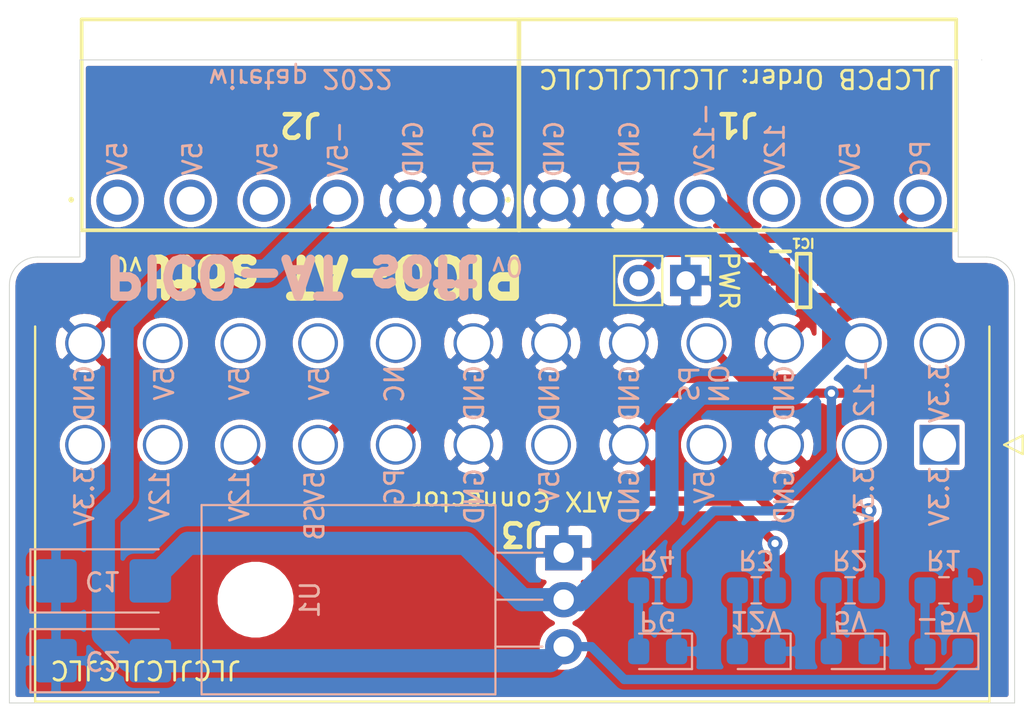
<source format=kicad_pcb>
(kicad_pcb (version 20171130) (host pcbnew "(5.1.6)-1")
  (layers (0 F.Cu signal) (1 In1.Cu signal) (2 In2.Cu signal) (31 B.Cu signal) (34 B.Paste user) (35 F.Paste user) (36 B.SilkS user) (37 F.SilkS user) (38 B.Mask user) (39 F.Mask user) (44 Edge.Cuts user))
  (net 0 "")
  (net 1 /-12V)
  (net 2 /GND)
  (net 3 /-5V)
  (net 4 "Net-(D1-Pad2)")
  (net 5 "Net-(D2-Pad2)")
  (net 6 "Net-(D3-Pad2)")
  (net 7 "Net-(D4-Pad2)")
  (net 8 /12V)
  (net 9 /5V)
  (net 10 /PG)
  (net 11 /3.3V)
  (net 12 /5VSB)
  (net 13 /PS-ON)
  (net 14 "Net-(J3-Pad20)")
  (net 15 "Net-(IC1-Pad1)")
  (net 16 "Net-(IC1-Pad5)")
  (module Capacitor_Tantalum_SMD:CP_EIA-6032-28_Kemet-C_Pad2.25x2.35mm_HandSolder (layer B.Cu) (at 126.736 115.062)
    (fp_text reference C1 (at -0.01 0 180 unlocked) (layer B.SilkS) (effects (justify mirror)))
    (fp_text value 2.2uF)
    (fp_line (start -3.935 -1.71) (end 3 -1.71) (layer B.SilkS) (width 0.12))
    (fp_line (start -3.935 1.71) (end -3.935 -1.71) (layer B.SilkS) (width 0.12))
    (fp_line (start 3 1.71) (end -3.935 1.71) (layer B.SilkS) (width 0.12))
    (pad 2 smd roundrect (at 2.55 0) (size 2.25 2.35) (layers B.Cu B.Paste B.Mask) (roundrect_rratio 0.111111) (net 1 /-12V))
    (pad 1 smd roundrect (at -2.55 0) (size 2.25 2.35) (layers B.Cu B.Paste B.Mask) (roundrect_rratio 0.111111) (net 2 /GND))
  )
  (module Capacitor_Tantalum_SMD:CP_EIA-6032-28_Kemet-C_Pad2.25x2.35mm_HandSolder (layer B.Cu) (at 126.736 119.38)
    (fp_text reference C2 (at 0 0 180 unlocked) (layer B.SilkS) (effects (justify mirror)))
    (fp_text value 1uF)
    (fp_line (start 3 1.71) (end -3.935 1.71) (layer B.SilkS) (width 0.12))
    (fp_line (start -3.935 1.71) (end -3.935 -1.71) (layer B.SilkS) (width 0.12))
    (fp_line (start -3.935 -1.71) (end 3 -1.71) (layer B.SilkS) (width 0.12))
    (pad 1 smd roundrect (at -2.55 0) (size 2.25 2.35) (layers B.Cu B.Paste B.Mask) (roundrect_rratio 0.111111) (net 2 /GND))
    (pad 2 smd roundrect (at 2.55 0) (size 2.25 2.35) (layers B.Cu B.Paste B.Mask) (roundrect_rratio 0.111111) (net 3 /-5V))
  )
  (module LED_SMD:LED_0805_2012Metric_Pad1.15x1.40mm_HandSolder (layer B.Cu) (at 172.203 118.872 180)
    (fp_text reference -5V (at 0 1.65 180 unlocked) (layer B.SilkS) (effects (justify mirror)))
    (fp_text value LED)
    (fp_line (start 1 0.96) (end -1.86 0.96) (layer B.SilkS) (width 0.12))
    (fp_line (start -1.86 0.96) (end -1.86 -0.96) (layer B.SilkS) (width 0.12))
    (fp_line (start -1.86 -0.96) (end 1 -0.96) (layer B.SilkS) (width 0.12))
    (pad 1 smd roundrect (at -1.025 0 180) (size 1.15 1.4) (layers B.Cu B.Paste B.Mask) (roundrect_rratio 0.217391) (net 3 /-5V))
    (pad 2 smd roundrect (at 1.025 0 180) (size 1.15 1.4) (layers B.Cu B.Paste B.Mask) (roundrect_rratio 0.217391) (net 4 "Net-(D1-Pad2)"))
  )
  (module LED_SMD:LED_0805_2012Metric_Pad1.15x1.40mm_HandSolder (layer B.Cu) (at 167.132 118.872 180)
    (fp_text reference 5V (at 0 1.65 180 unlocked) (layer B.SilkS) (effects (justify mirror)))
    (fp_text value LED)
    (fp_line (start -1.86 -0.96) (end 1 -0.96) (layer B.SilkS) (width 0.12))
    (fp_line (start -1.86 0.96) (end -1.86 -0.96) (layer B.SilkS) (width 0.12))
    (fp_line (start 1 0.96) (end -1.86 0.96) (layer B.SilkS) (width 0.12))
    (pad 2 smd roundrect (at 1.025 0 180) (size 1.15 1.4) (layers B.Cu B.Paste B.Mask) (roundrect_rratio 0.217391) (net 5 "Net-(D2-Pad2)"))
    (pad 1 smd roundrect (at -1.025 0 180) (size 1.15 1.4) (layers B.Cu B.Paste B.Mask) (roundrect_rratio 0.217391) (net 2 /GND))
  )
  (module LED_SMD:LED_0805_2012Metric_Pad1.15x1.40mm_HandSolder (layer B.Cu) (at 162.052 118.872 180)
    (fp_text reference 12V (at 0 1.65 180 unlocked) (layer B.SilkS) (effects (justify mirror)))
    (fp_text value LED)
    (fp_line (start 1 0.96) (end -1.86 0.96) (layer B.SilkS) (width 0.12))
    (fp_line (start -1.86 0.96) (end -1.86 -0.96) (layer B.SilkS) (width 0.12))
    (fp_line (start -1.86 -0.96) (end 1 -0.96) (layer B.SilkS) (width 0.12))
    (pad 1 smd roundrect (at -1.025 0 180) (size 1.15 1.4) (layers B.Cu B.Paste B.Mask) (roundrect_rratio 0.217391) (net 2 /GND))
    (pad 2 smd roundrect (at 1.025 0 180) (size 1.15 1.4) (layers B.Cu B.Paste B.Mask) (roundrect_rratio 0.217391) (net 6 "Net-(D3-Pad2)"))
  )
  (module LED_SMD:LED_0805_2012Metric_Pad1.15x1.40mm_HandSolder (layer B.Cu) (at 156.718 118.872 180)
    (fp_text reference PG (at 0 1.65 180 unlocked) (layer B.SilkS) (effects (justify mirror)))
    (fp_text value LED)
    (fp_line (start -1.86 -0.96) (end 1 -0.96) (layer B.SilkS) (width 0.12))
    (fp_line (start -1.86 0.96) (end -1.86 -0.96) (layer B.SilkS) (width 0.12))
    (fp_line (start 1 0.96) (end -1.86 0.96) (layer B.SilkS) (width 0.12))
    (pad 2 smd roundrect (at 1.025 0 180) (size 1.15 1.4) (layers B.Cu B.Paste B.Mask) (roundrect_rratio 0.217391) (net 7 "Net-(D4-Pad2)"))
    (pad 1 smd roundrect (at -1.025 0 180) (size 1.15 1.4) (layers B.Cu B.Paste B.Mask) (roundrect_rratio 0.217391) (net 2 /GND))
  )
  (module 09481064 (layer F.Cu) (at 151.13 94.488 180)
    (fp_text reference J1 (at -9.9 4.105 180 unlocked) (layer F.SilkS) (effects (font (size 1.27 1.27) (thickness 0.254))))
    (fp_text value 09-48-1064 hide)
    (fp_line (start -21.735 -1.6) (end 1.935 -1.6) (layer F.SilkS) (width 0.2))
    (fp_line (start 1.935 -1.6) (end 1.935 9.81) (layer F.SilkS) (width 0.2))
    (fp_line (start 1.935 9.81) (end -21.735 9.81) (layer F.SilkS) (width 0.2))
    (fp_line (start -21.735 9.81) (end -21.735 -1.6) (layer F.SilkS) (width 0.2))
    (fp_line (start 2.5 0) (end 2.5 0) (layer F.SilkS) (width 0.2))
    (fp_line (start 2.5 0.1) (end 2.5 0.1) (layer F.SilkS) (width 0.2))
    (fp_arc (start 2.5 0.05) (end 2.5 0) (angle -180) (layer F.SilkS) (width 0.2))
    (fp_arc (start 2.5 0.05) (end 2.5 0.1) (angle -180) (layer F.SilkS) (width 0.2))
    (pad 1 thru_hole circle (at 0 0 180) (size 2.28 2.28) (drill 1.52) (layers *.Cu *.Mask) (net 2 /GND))
    (pad 2 thru_hole circle (at -3.96 0 180) (size 2.28 2.28) (drill 1.52) (layers *.Cu *.Mask) (net 2 /GND))
    (pad 3 thru_hole circle (at -7.92 0 180) (size 2.28 2.28) (drill 1.52) (layers *.Cu *.Mask) (net 1 /-12V))
    (pad 4 thru_hole circle (at -11.88 0 180) (size 2.28 2.28) (drill 1.52) (layers *.Cu *.Mask) (net 8 /12V))
    (pad 5 thru_hole circle (at -15.84 0 180) (size 2.28 2.28) (drill 1.52) (layers *.Cu *.Mask) (net 9 /5V))
    (pad 6 thru_hole circle (at -19.8 0 180) (size 2.28 2.28) (drill 1.52) (layers *.Cu *.Mask) (net 10 /PG))
  )
  (module 09481064 (layer F.Cu) (at 127.508 94.488 180)
    (fp_text reference J2 (at -9.9 4.105 180 unlocked) (layer F.SilkS) (effects (font (size 1.27 1.27) (thickness 0.254))))
    (fp_text value 09-48-1064 hide)
    (fp_line (start 2.5 0.1) (end 2.5 0.1) (layer F.SilkS) (width 0.2))
    (fp_line (start 2.5 0) (end 2.5 0) (layer F.SilkS) (width 0.2))
    (fp_line (start -21.735 9.81) (end -21.735 -1.6) (layer F.SilkS) (width 0.2))
    (fp_line (start 1.935 9.81) (end -21.735 9.81) (layer F.SilkS) (width 0.2))
    (fp_line (start 1.935 -1.6) (end 1.935 9.81) (layer F.SilkS) (width 0.2))
    (fp_line (start -21.735 -1.6) (end 1.935 -1.6) (layer F.SilkS) (width 0.2))
    (fp_arc (start 2.5 0.05) (end 2.5 0.1) (angle -180) (layer F.SilkS) (width 0.2))
    (fp_arc (start 2.5 0.05) (end 2.5 0) (angle -180) (layer F.SilkS) (width 0.2))
    (pad 6 thru_hole circle (at -19.8 0 180) (size 2.28 2.28) (drill 1.52) (layers *.Cu *.Mask) (net 2 /GND))
    (pad 5 thru_hole circle (at -15.84 0 180) (size 2.28 2.28) (drill 1.52) (layers *.Cu *.Mask) (net 2 /GND))
    (pad 4 thru_hole circle (at -11.88 0 180) (size 2.28 2.28) (drill 1.52) (layers *.Cu *.Mask) (net 3 /-5V))
    (pad 3 thru_hole circle (at -7.92 0 180) (size 2.28 2.28) (drill 1.52) (layers *.Cu *.Mask) (net 9 /5V))
    (pad 2 thru_hole circle (at -3.96 0 180) (size 2.28 2.28) (drill 1.52) (layers *.Cu *.Mask) (net 9 /5V))
    (pad 1 thru_hole circle (at 0 0 180) (size 2.28 2.28) (drill 1.52) (layers *.Cu *.Mask) (net 9 /5V))
  )
  (module 87427-2402 (layer F.Cu) (at 171.958 107.696)
    (fp_text reference J3 (at -22.606 4.826 180 unlocked) (layer F.SilkS) (effects (font (size 1.27 1.27) (thickness 0.254))))
    (fp_text value 87427-2402 hide)
    (fp_line (start 2.7 -6.4) (end 2.7 13.9) (layer F.SilkS) (width 0.127))
    (fp_line (start 2.7 13.9) (end -48.9 13.9) (layer F.SilkS) (width 0.127))
    (fp_line (start -48.9 13.9) (end -48.9 -6.4) (layer F.SilkS) (width 0.127))
    (fp_line (start 4.5 -0.5) (end 4.5 0.5) (layer F.SilkS) (width 0.127))
    (fp_line (start 4.5 0.5) (end 3.5 0) (layer F.SilkS) (width 0.127))
    (fp_line (start 3.5 0) (end 4.5 -0.5) (layer F.SilkS) (width 0.127))
    (pad 1 thru_hole rect (at 0 0) (size 2.15 2.15) (drill 1.8) (layers *.Cu *.Mask) (net 11 /3.3V))
    (pad 2 thru_hole circle (at -4.2 0) (size 2.15 2.15) (drill 1.8) (layers *.Cu *.Mask) (net 11 /3.3V))
    (pad 3 thru_hole circle (at -8.4 0) (size 2.15 2.15) (drill 1.8) (layers *.Cu *.Mask) (net 2 /GND))
    (pad 4 thru_hole circle (at -12.6 0) (size 2.15 2.15) (drill 1.8) (layers *.Cu *.Mask) (net 9 /5V))
    (pad 5 thru_hole circle (at -16.8 0) (size 2.15 2.15) (drill 1.8) (layers *.Cu *.Mask) (net 2 /GND))
    (pad 6 thru_hole circle (at -21 0) (size 2.15 2.15) (drill 1.8) (layers *.Cu *.Mask) (net 9 /5V))
    (pad 7 thru_hole circle (at -25.2 0) (size 2.15 2.15) (drill 1.8) (layers *.Cu *.Mask) (net 2 /GND))
    (pad 8 thru_hole circle (at -29.4 0) (size 2.15 2.15) (drill 1.8) (layers *.Cu *.Mask) (net 10 /PG))
    (pad 9 thru_hole circle (at -33.6 0) (size 2.15 2.15) (drill 1.8) (layers *.Cu *.Mask) (net 12 /5VSB))
    (pad 10 thru_hole circle (at -37.8 0) (size 2.15 2.15) (drill 1.8) (layers *.Cu *.Mask) (net 8 /12V))
    (pad 11 thru_hole circle (at -42 0) (size 2.15 2.15) (drill 1.8) (layers *.Cu *.Mask) (net 8 /12V))
    (pad 12 thru_hole circle (at -46.2 0) (size 2.15 2.15) (drill 1.8) (layers *.Cu *.Mask) (net 11 /3.3V))
    (pad 13 thru_hole circle (at 0 -5.5) (size 2.15 2.15) (drill 1.8) (layers *.Cu *.Mask) (net 11 /3.3V))
    (pad 14 thru_hole circle (at -4.2 -5.5) (size 2.15 2.15) (drill 1.8) (layers *.Cu *.Mask) (net 1 /-12V))
    (pad 15 thru_hole circle (at -8.4 -5.5) (size 2.15 2.15) (drill 1.8) (layers *.Cu *.Mask) (net 2 /GND))
    (pad 16 thru_hole circle (at -12.6 -5.5) (size 2.15 2.15) (drill 1.8) (layers *.Cu *.Mask) (net 13 /PS-ON))
    (pad 17 thru_hole circle (at -16.8 -5.5) (size 2.15 2.15) (drill 1.8) (layers *.Cu *.Mask) (net 2 /GND))
    (pad 18 thru_hole circle (at -21 -5.5) (size 2.15 2.15) (drill 1.8) (layers *.Cu *.Mask) (net 2 /GND))
    (pad 19 thru_hole circle (at -25.2 -5.5) (size 2.15 2.15) (drill 1.8) (layers *.Cu *.Mask) (net 2 /GND))
    (pad 20 thru_hole circle (at -29.4 -5.5) (size 2.15 2.15) (drill 1.8) (layers *.Cu *.Mask) (net 14 "Net-(J3-Pad20)"))
    (pad 21 thru_hole circle (at -33.6 -5.5) (size 2.15 2.15) (drill 1.8) (layers *.Cu *.Mask) (net 9 /5V))
    (pad 22 thru_hole circle (at -37.8 -5.5) (size 2.15 2.15) (drill 1.8) (layers *.Cu *.Mask) (net 9 /5V))
    (pad 23 thru_hole circle (at -42 -5.5) (size 2.15 2.15) (drill 1.8) (layers *.Cu *.Mask) (net 9 /5V))
    (pad 24 thru_hole circle (at -46.2 -5.5) (size 2.15 2.15) (drill 1.8) (layers *.Cu *.Mask) (net 2 /GND))
  )
  (module Resistor_SMD:R_0805_2012Metric_Pad1.15x1.40mm_HandSolder (layer B.Cu) (at 172.203 115.57 180)
    (fp_text reference R1 (at 0 1.65 180 unlocked) (layer B.SilkS) (effects (justify mirror)))
    (fp_text value 330)
    (fp_line (start -0.261252 0.71) (end 0.261252 0.71) (layer B.SilkS) (width 0.12))
    (fp_line (start -0.261252 -0.71) (end 0.261252 -0.71) (layer B.SilkS) (width 0.12))
    (pad 1 smd roundrect (at -1.025 0 180) (size 1.15 1.4) (layers B.Cu B.Paste B.Mask) (roundrect_rratio 0.217391) (net 2 /GND))
    (pad 2 smd roundrect (at 1.025 0 180) (size 1.15 1.4) (layers B.Cu B.Paste B.Mask) (roundrect_rratio 0.217391) (net 4 "Net-(D1-Pad2)"))
  )
  (module Resistor_SMD:R_0805_2012Metric_Pad1.15x1.40mm_HandSolder (layer B.Cu) (at 167.123 115.57 180)
    (fp_text reference R2 (at 0 1.65 180 unlocked) (layer B.SilkS) (effects (justify mirror)))
    (fp_text value 330)
    (fp_line (start -0.261252 -0.71) (end 0.261252 -0.71) (layer B.SilkS) (width 0.12))
    (fp_line (start -0.261252 0.71) (end 0.261252 0.71) (layer B.SilkS) (width 0.12))
    (pad 2 smd roundrect (at 1.025 0 180) (size 1.15 1.4) (layers B.Cu B.Paste B.Mask) (roundrect_rratio 0.217391) (net 5 "Net-(D2-Pad2)"))
    (pad 1 smd roundrect (at -1.025 0 180) (size 1.15 1.4) (layers B.Cu B.Paste B.Mask) (roundrect_rratio 0.217391) (net 9 /5V))
  )
  (module Resistor_SMD:R_0805_2012Metric_Pad1.15x1.40mm_HandSolder (layer B.Cu) (at 162.052 115.57 180)
    (fp_text reference R3 (at 0 1.65 180 unlocked) (layer B.SilkS) (effects (justify mirror)))
    (fp_text value 1k)
    (fp_line (start -0.261252 0.71) (end 0.261252 0.71) (layer B.SilkS) (width 0.12))
    (fp_line (start -0.261252 -0.71) (end 0.261252 -0.71) (layer B.SilkS) (width 0.12))
    (pad 1 smd roundrect (at -1.025 0 180) (size 1.15 1.4) (layers B.Cu B.Paste B.Mask) (roundrect_rratio 0.217391) (net 8 /12V))
    (pad 2 smd roundrect (at 1.025 0 180) (size 1.15 1.4) (layers B.Cu B.Paste B.Mask) (roundrect_rratio 0.217391) (net 6 "Net-(D3-Pad2)"))
  )
  (module Resistor_SMD:R_0805_2012Metric_Pad1.15x1.40mm_HandSolder (layer B.Cu) (at 156.709 115.57 180)
    (fp_text reference R4 (at 0 1.65 180 unlocked) (layer B.SilkS) (effects (justify mirror)))
    (fp_text value 330)
    (fp_line (start -0.261252 -0.71) (end 0.261252 -0.71) (layer B.SilkS) (width 0.12))
    (fp_line (start -0.261252 0.71) (end 0.261252 0.71) (layer B.SilkS) (width 0.12))
    (pad 2 smd roundrect (at 1.025 0 180) (size 1.15 1.4) (layers B.Cu B.Paste B.Mask) (roundrect_rratio 0.217391) (net 7 "Net-(D4-Pad2)"))
    (pad 1 smd roundrect (at -1.025 0 180) (size 1.15 1.4) (layers B.Cu B.Paste B.Mask) (roundrect_rratio 0.217391) (net 10 /PG))
  )
  (module Package_TO_SOT_THT:TO-220-3_Horizontal_TabDown (layer B.Cu) (at 151.638 113.538 270)
    (fp_text reference U1 (at 2.54 13.716 270) (layer B.SilkS) (effects (justify mirror)))
    (fp_text value L7905)
    (fp_line (start -2.58 3.69) (end 7.66 3.69) (layer B.SilkS) (width 0.12))
    (fp_line (start -2.58 19.58) (end 7.66 19.58) (layer B.SilkS) (width 0.12))
    (fp_line (start -2.58 19.58) (end -2.58 3.69) (layer B.SilkS) (width 0.12))
    (fp_line (start 7.66 19.58) (end 7.66 3.69) (layer B.SilkS) (width 0.12))
    (fp_line (start 0 3.69) (end 0 1.15) (layer B.SilkS) (width 0.12))
    (fp_line (start 2.54 3.69) (end 2.54 1.15) (layer B.SilkS) (width 0.12))
    (fp_line (start 5.08 3.69) (end 5.08 1.15) (layer B.SilkS) (width 0.12))
    (pad "" np_thru_hole oval (at 2.54 16.66 270) (size 3.5 3.5) (drill 3.5) (layers *.Cu *.Mask))
    (pad 1 thru_hole rect (at 0 0 270) (size 1.905 2) (drill 1.1) (layers *.Cu *.Mask) (net 2 /GND))
    (pad 2 thru_hole oval (at 2.54 0 270) (size 1.905 2) (drill 1.1) (layers *.Cu *.Mask) (net 1 /-12V))
    (pad 3 thru_hole oval (at 5.08 0 270) (size 1.905 2) (drill 1.1) (layers *.Cu *.Mask) (net 3 /-5V))
  )
  (module Connector_PinHeader_2.54mm:PinHeader_1x02_P2.54mm_Vertical (layer F.Cu) (at 158.242 98.806 270)
    (fp_text reference PWR (at 0 -2.33 270 unlocked) (layer F.SilkS))
    (fp_text value PWR_SW)
    (fp_line (start -1.33 3.87) (end 1.33 3.87) (layer F.SilkS) (width 0.12))
    (fp_line (start -1.33 1.27) (end -1.33 3.87) (layer F.SilkS) (width 0.12))
    (fp_line (start 1.33 1.27) (end 1.33 3.87) (layer F.SilkS) (width 0.12))
    (fp_line (start -1.33 1.27) (end 1.33 1.27) (layer F.SilkS) (width 0.12))
    (fp_line (start -1.33 0) (end -1.33 -1.33) (layer F.SilkS) (width 0.12))
    (fp_line (start -1.33 -1.33) (end 0 -1.33) (layer F.SilkS) (width 0.12))
    (pad 1 thru_hole rect (at 0 0 270) (size 1.7 1.7) (drill 1) (layers *.Cu *.Mask) (net 2 /GND))
    (pad 2 thru_hole oval (at 0 2.54 270) (size 1.7 1.7) (drill 1) (layers *.Cu *.Mask) (net 15 "Net-(IC1-Pad1)"))
  )
  (module SOT95P275X110-6N (layer F.Cu) (at 164.612 98.806)
    (fp_text reference IC1 (at -0.02 -2.032 180 unlocked) (layer F.SilkS) (effects (font (size 0.5 0.5) (thickness 0.125))))
    (fp_text value MAX16054AZT+T hide)
    (fp_line (start -0.375 -1.45) (end 0.375 -1.45) (layer F.SilkS) (width 0.2))
    (fp_line (start 0.375 -1.45) (end 0.375 1.45) (layer F.SilkS) (width 0.2))
    (fp_line (start 0.375 1.45) (end -0.375 1.45) (layer F.SilkS) (width 0.2))
    (fp_line (start -0.375 1.45) (end -0.375 -1.45) (layer F.SilkS) (width 0.2))
    (fp_line (start -1.775 -1.575) (end -0.725 -1.575) (layer F.SilkS) (width 0.2))
    (pad 1 smd rect (at -1.25 -0.95 90) (size 0.55 1.05) (layers F.Cu F.Paste F.Mask) (net 15 "Net-(IC1-Pad1)"))
    (pad 2 smd rect (at -1.25 0 90) (size 0.55 1.05) (layers F.Cu F.Paste F.Mask) (net 2 /GND))
    (pad 3 smd rect (at -1.25 0.95 90) (size 0.55 1.05) (layers F.Cu F.Paste F.Mask) (net 2 /GND))
    (pad 4 smd rect (at 1.25 0.95 90) (size 0.55 1.05) (layers F.Cu F.Paste F.Mask) (net 13 /PS-ON))
    (pad 5 smd rect (at 1.25 0 90) (size 0.55 1.05) (layers F.Cu F.Paste F.Mask) (net 16 "Net-(IC1-Pad5)"))
    (pad 6 smd rect (at 1.25 -0.95 90) (size 0.55 1.05) (layers F.Cu F.Paste F.Mask) (net 12 /5VSB))
  )
  (gr_text "JLCPCB Order:" (at 166.624 87.884 180) (layer F.SilkS) (effects (font (size 1 1))))
  (gr_text JLCJLCJLCJLC (at 155.448 87.884 180) (layer F.SilkS) (effects (font (size 1 1))))
  (gr_text v0 (at 128.016 98.044 180) (layer F.SilkS) (effects (font (size 1 1))))
  (gr_arc (start 123.19 99.06) (end 123.19 97.536) (angle -90) (layer Edge.Cuts) (width 0.05))
  (gr_arc (start 174.498 99.06) (end 176.022 99.06) (angle -90) (layer Edge.Cuts) (width 0.05))
  (gr_line (start 125.476 97.536) (end 123.19 97.536) (layer Edge.Cuts) (width 0.05))
  (gr_line (start 125.476 97.536) (end 125.476 86.868) (layer Edge.Cuts) (width 0.05))
  (gr_line (start 172.974 97.536) (end 172.974 86.868) (layer Edge.Cuts) (width 0.05))
  (gr_line (start 174.498 97.536) (end 172.974 97.536) (layer Edge.Cuts) (width 0.05))
  (gr_text PG (at 170.942 92.202 90) (layer B.SilkS) (effects (font (size 1 1)) (justify mirror)))
  (gr_text 5V (at 167.132 92.202 90) (layer B.SilkS) (effects (font (size 1 1)) (justify mirror)))
  (gr_text 12V (at 163.068 91.694 90) (layer B.SilkS) (effects (font (size 1 1)) (justify mirror)))
  (gr_text -12V (at 159.258 91.186 90) (layer B.SilkS) (effects (font (size 1 1)) (justify mirror)))
  (gr_text GND (at 155.194 91.694 90) (layer B.SilkS) (effects (font (size 1 1)) (justify mirror)))
  (gr_text GND (at 151.13 91.694 90) (layer B.SilkS) (effects (font (size 1 1)) (justify mirror)))
  (gr_text GND (at 147.32 91.694 90) (layer B.SilkS) (effects (font (size 1 1)) (justify mirror)))
  (gr_text GND (at 143.51 91.694 90) (layer B.SilkS) (effects (font (size 1 1)) (justify mirror)))
  (gr_text -5V (at 139.446 91.694 90) (layer B.SilkS) (effects (font (size 1 1)) (justify mirror)))
  (gr_text 5V (at 135.636 92.202 90) (layer B.SilkS) (effects (font (size 1 1)) (justify mirror)))
  (gr_text 5V (at 131.572 92.202 90) (layer B.SilkS) (effects (font (size 1 1)) (justify mirror)))
  (gr_text 5V (at 127.508 92.202 90) (layer B.SilkS) (effects (font (size 1 1)) (justify mirror)))
  (gr_text 3.3V (at 171.958 110.49 90) (layer B.SilkS) (effects (font (size 1 1)) (justify mirror)))
  (gr_text 3.3V (at 171.958 104.902 90) (layer B.SilkS) (effects (font (size 1 1)) (justify mirror)))
  (gr_text 3.3V (at 167.894 110.49 90) (layer B.SilkS) (effects (font (size 1 1)) (justify mirror)))
  (gr_text -12 (at 167.894 104.648 90) (layer B.SilkS) (effects (font (size 1 1)) (justify mirror)))
  (gr_text GND (at 163.576 110.49 90) (layer B.SilkS) (effects (font (size 1 1)) (justify mirror)))
  (gr_text GND (at 163.576 104.902 90) (layer B.SilkS) (effects (font (size 1 1)) (justify mirror)))
  (gr_text 5V (at 159.258 109.982 90) (layer B.SilkS) (effects (font (size 1 1)) (justify mirror)))
  (gr_text "PS\nON" (at 159.258 104.394 90) (layer B.SilkS) (effects (font (size 1 1)) (justify mirror)))
  (gr_text GND (at 155.194 110.49 90) (layer B.SilkS) (effects (font (size 1 1)) (justify mirror)))
  (gr_text GND (at 155.194 104.902 90) (layer B.SilkS) (effects (font (size 1 1)) (justify mirror)))
  (gr_text 5V (at 150.876 109.982 90) (layer B.SilkS) (effects (font (size 1 1)) (justify mirror)))
  (gr_text GND (at 150.876 104.902 90) (layer B.SilkS) (effects (font (size 1 1)) (justify mirror)))
  (gr_text GND (at 146.812 110.49 90) (layer B.SilkS) (effects (font (size 1 1)) (justify mirror)))
  (gr_text GND (at 146.812 104.902 90) (layer B.SilkS) (effects (font (size 1 1)) (justify mirror)))
  (gr_text PG (at 142.494 109.982 90) (layer B.SilkS) (effects (font (size 1 1)) (justify mirror)))
  (gr_text NC (at 142.494 104.394 90) (layer B.SilkS) (effects (font (size 1 1)) (justify mirror)))
  (gr_text 5VSB (at 138.176 110.998 90) (layer B.SilkS) (effects (font (size 1 1)) (justify mirror)))
  (gr_text 5V (at 138.43 104.394 90) (layer B.SilkS) (effects (font (size 1 1)) (justify mirror)))
  (gr_text 12V (at 134.112 110.49 90) (layer B.SilkS) (effects (font (size 1 1)) (justify mirror)))
  (gr_text 5V (at 134.112 104.394 90) (layer B.SilkS) (effects (font (size 1 1)) (justify mirror)))
  (gr_text 12V (at 129.794 110.49 90) (layer B.SilkS) (effects (font (size 1 1)) (justify mirror)))
  (gr_text 5V (at 130.048 104.394 90) (layer B.SilkS) (effects (font (size 1 1)) (justify mirror)))
  (gr_text 3.3V (at 125.73 110.49 90) (layer B.SilkS) (effects (font (size 1 1)) (justify mirror)))
  (gr_text GND (at 125.73 104.902 90) (layer B.SilkS) (effects (font (size 1 1)) (justify mirror)))
  (gr_text "PICO-AT soft" (at 139.446 98.552 180) (layer F.SilkS) (effects (font (size 2 2) (thickness 0.5))))
  (gr_text "wiretap 2022" (at 137.414 87.884 180) (layer B.SilkS) (effects (font (size 1 1)) (justify mirror)))
  (gr_text v0 (at 148.59 98.044 180) (layer B.SilkS) (effects (font (size 1 1)) (justify mirror)))
  (gr_text JLCJLCJLCJLC (at 129.032 119.888 180) (layer F.SilkS) (effects (font (size 1 1))))
  (gr_text "ATX Connector" (at 148.844 110.744 180) (layer F.SilkS) (effects (font (size 1 1))))
  (gr_text "PICO-AT soft" (at 136.906 98.552 180) (layer B.SilkS) (effects (font (size 2 2) (thickness 0.5)) (justify mirror)))
  (gr_line (start 121.666 121.666) (end 121.666 99.06) (layer Edge.Cuts) (width 0.05))
  (gr_line (start 174.244 86.868) (end 174.244 86.868) (layer Edge.Cuts) (width 0.05))
  (gr_line (start 176.022 121.666) (end 176.022 99.06) (layer Edge.Cuts) (width 0.05))
  (gr_line (start 121.666 121.666) (end 176.022 121.666) (layer Edge.Cuts) (width 0.05))
  (gr_line (start 125.476 86.868) (end 172.974 86.868) (layer Edge.Cuts) (width 0.05))
  (segment (start 152.535502 116.078) (end 151.638 116.078) (width 1.25) (layer B.Cu) (net 1))
  (segment (start 167.758 102.196) (end 166.79 102.196) (width 1.25) (layer B.Cu) (net 1))
  (segment (start 164.084 104.902) (end 159.004 104.902) (width 1.25) (layer B.Cu) (net 1))
  (segment (start 166.79 102.196) (end 164.084 104.902) (width 1.25) (layer B.Cu) (net 1))
  (segment (start 159.004 104.902) (end 157.226 106.68) (width 1.25) (layer B.Cu) (net 1))
  (segment (start 157.226 111.387502) (end 152.535502 116.078) (width 1.25) (layer B.Cu) (net 1))
  (segment (start 157.226 106.68) (end 157.226 111.387502) (width 1.25) (layer B.Cu) (net 1))
  (segment (start 167.22 102.196) (end 167.758 102.196) (width 1.25) (layer B.Cu) (net 1))
  (segment (start 159.05 94.488) (end 159.512 94.488) (width 1.25) (layer B.Cu) (net 1))
  (segment (start 159.512 94.488) (end 167.22 102.196) (width 1.25) (layer B.Cu) (net 1))
  (segment (start 149.388 116.078) (end 151.638 116.078) (width 1.25) (layer B.Cu) (net 1))
  (segment (start 146.34 113.03) (end 149.388 116.078) (width 1.25) (layer B.Cu) (net 1))
  (segment (start 129.286 115.062) (end 131.318 113.03) (width 1.25) (layer B.Cu) (net 1))
  (segment (start 131.318 113.03) (end 146.34 113.03) (width 1.25) (layer B.Cu) (net 1))
  (segment (start 171.704 120.396) (end 173.228 118.872) (width 0.5) (layer B.Cu) (net 3))
  (segment (start 151.638 118.618) (end 153.138 118.618) (width 0.5) (layer B.Cu) (net 3))
  (segment (start 154.916 120.396) (end 171.704 120.396) (width 0.5) (layer B.Cu) (net 3))
  (segment (start 153.138 118.618) (end 154.916 120.396) (width 0.5) (layer B.Cu) (net 3))
  (segment (start 150.876 119.38) (end 151.638 118.618) (width 1.25) (layer B.Cu) (net 3))
  (segment (start 129.286 119.38) (end 150.876 119.38) (width 1.25) (layer B.Cu) (net 3))
  (segment (start 135.578 98.298) (end 139.388 94.488) (width 1.25) (layer B.Cu) (net 3))
  (segment (start 127.762 101.092) (end 130.556 98.298) (width 1.25) (layer B.Cu) (net 3))
  (segment (start 128.161 119.38) (end 126.746 117.965) (width 1.25) (layer B.Cu) (net 3))
  (segment (start 129.286 119.38) (end 128.161 119.38) (width 1.25) (layer B.Cu) (net 3))
  (segment (start 126.746 117.965) (end 126.746 111.506) (width 1.25) (layer B.Cu) (net 3))
  (segment (start 130.556 98.298) (end 135.578 98.298) (width 1.25) (layer B.Cu) (net 3))
  (segment (start 126.746 111.506) (end 127.762 110.49) (width 1.25) (layer B.Cu) (net 3))
  (segment (start 127.762 110.49) (end 127.762 101.092) (width 1.25) (layer B.Cu) (net 3))
  (segment (start 171.178 115.57) (end 171.178 118.872) (width 0.5) (layer B.Cu) (net 4))
  (segment (start 166.098 118.863) (end 166.107 118.872) (width 0.5) (layer B.Cu) (net 5))
  (segment (start 166.098 115.57) (end 166.098 118.863) (width 0.5) (layer B.Cu) (net 5))
  (segment (start 161.027 115.57) (end 161.027 118.872) (width 0.5) (layer B.Cu) (net 6))
  (segment (start 155.684 118.863) (end 155.693 118.872) (width 0.5) (layer B.Cu) (net 7))
  (segment (start 155.684 115.57) (end 155.684 118.863) (width 0.5) (layer B.Cu) (net 7))
  (via (at 163.068 113.03) (size 0.8) (drill 0.4) (layers F.Cu B.Cu) (net 8))
  (segment (start 163.068 115.561) (end 163.077 115.57) (width 0.5) (layer B.Cu) (net 8))
  (segment (start 163.068 113.03) (end 163.068 115.561) (width 0.5) (layer B.Cu) (net 8))
  (segment (start 160.782 110.744) (end 163.068 113.03) (width 0.5) (layer F.Cu) (net 8))
  (segment (start 134.158 107.696) (end 137.206 110.744) (width 0.5) (layer F.Cu) (net 8))
  (segment (start 137.206 110.744) (end 160.782 110.744) (width 0.5) (layer F.Cu) (net 8))
  (via (at 168.148 111.252) (size 0.8) (drill 0.4) (layers F.Cu B.Cu) (net 9))
  (segment (start 159.358 107.696) (end 162.914 111.252) (width 0.5) (layer F.Cu) (net 9))
  (segment (start 162.914 111.252) (end 168.148 111.252) (width 0.5) (layer F.Cu) (net 9))
  (segment (start 168.148 111.252) (end 168.148 115.57) (width 0.5) (layer B.Cu) (net 9))
  (segment (start 145.352 104.902) (end 142.558 107.696) (width 0.5) (layer F.Cu) (net 10))
  (segment (start 169.926 102.87) (end 167.894 104.902) (width 0.5) (layer F.Cu) (net 10))
  (segment (start 170.93 94.488) (end 169.926 95.492) (width 0.5) (layer F.Cu) (net 10))
  (segment (start 169.926 95.492) (end 169.926 102.87) (width 0.5) (layer F.Cu) (net 10))
  (via (at 166.116 104.902) (size 0.8) (drill 0.4) (layers F.Cu B.Cu) (net 10))
  (segment (start 167.894 104.902) (end 166.116 104.902) (width 0.5) (layer F.Cu) (net 10))
  (segment (start 166.116 104.902) (end 145.352 104.902) (width 0.5) (layer F.Cu) (net 10))
  (segment (start 163.048999 111.271001) (end 166.116 108.204) (width 0.5) (layer B.Cu) (net 10))
  (segment (start 159.746999 111.271001) (end 163.048999 111.271001) (width 0.5) (layer B.Cu) (net 10))
  (segment (start 157.734 115.57) (end 157.734 113.284) (width 0.5) (layer B.Cu) (net 10))
  (segment (start 166.116 108.204) (end 166.116 104.902) (width 0.5) (layer B.Cu) (net 10))
  (segment (start 157.734 113.284) (end 159.746999 111.271001) (width 0.5) (layer B.Cu) (net 10))
  (segment (start 171.958 102.196) (end 171.958 102.108) (width 0.5) (layer B.Cu) (net 11))
  (segment (start 165.862 97.028) (end 165.862 97.856) (width 0.5) (layer F.Cu) (net 12))
  (segment (start 140.462 105.592) (end 140.462 101.6) (width 0.5) (layer F.Cu) (net 12))
  (segment (start 138.358 107.696) (end 140.462 105.592) (width 0.5) (layer F.Cu) (net 12))
  (segment (start 140.462 101.6) (end 145.542 96.52) (width 0.5) (layer F.Cu) (net 12))
  (segment (start 145.542 96.52) (end 165.354 96.52) (width 0.5) (layer F.Cu) (net 12))
  (segment (start 165.354 96.52) (end 165.862 97.028) (width 0.5) (layer F.Cu) (net 12))
  (segment (start 159.358 102.196) (end 161.302 104.14) (width 0.5) (layer F.Cu) (net 13))
  (segment (start 161.302 104.14) (end 164.846 104.14) (width 0.5) (layer F.Cu) (net 13))
  (segment (start 165.862 103.124) (end 165.862 99.756) (width 0.5) (layer F.Cu) (net 13))
  (segment (start 164.846 104.14) (end 165.862 103.124) (width 0.5) (layer F.Cu) (net 13))
  (segment (start 156.972 97.282) (end 155.702 98.552) (width 0.5) (layer F.Cu) (net 15))
  (segment (start 155.702 98.552) (end 155.702 98.806) (width 0.5) (layer F.Cu) (net 15))
  (segment (start 163.362 97.856) (end 162.788 97.282) (width 0.5) (layer F.Cu) (net 15))
  (segment (start 162.788 97.282) (end 156.972 97.282) (width 0.5) (layer F.Cu) (net 15))
  (zone (net 2) (net_name /GND) (layer B.Cu) (connect_pads (clearance 0.3)) (min_thickness 0.254) (fill yes (arc_segments 32) (thermal_gap 0.508) (thermal_bridge_width 0.508))
    (polygon (pts (xy 176.53 122.174) (xy 121.158 122.174) (xy 121.158 85.852) (xy 176.53 85.852)))
  )
  (zone (net 2) (net_name /GND) (layer F.Cu) (connect_pads (clearance 0.3)) (min_thickness 0.254) (fill yes (arc_segments 32) (thermal_gap 0.508) (thermal_bridge_width 0.508))
    (polygon (pts (xy 176.53 122.428) (xy 121.158 122.428) (xy 121.158 85.852) (xy 176.53 85.852)))
  )
)
</source>
